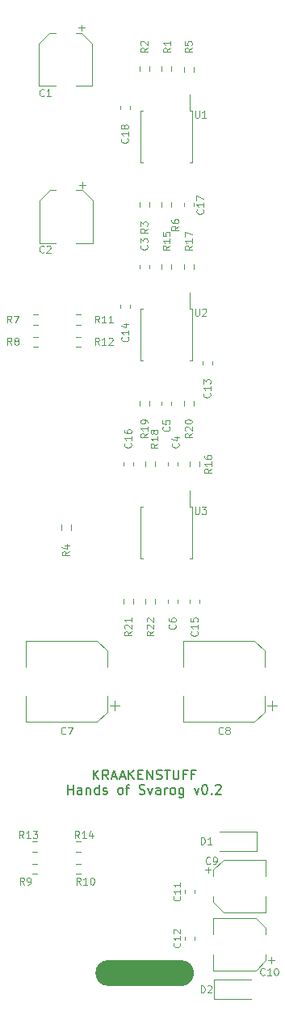
<source format=gbr>
%TF.GenerationSoftware,KiCad,Pcbnew,(5.1.9)-1*%
%TF.CreationDate,2021-03-03T00:59:23+01:00*%
%TF.ProjectId,Hands of Svarog,48616e64-7320-46f6-9620-537661726f67,rev?*%
%TF.SameCoordinates,Original*%
%TF.FileFunction,Legend,Top*%
%TF.FilePolarity,Positive*%
%FSLAX46Y46*%
G04 Gerber Fmt 4.6, Leading zero omitted, Abs format (unit mm)*
G04 Created by KiCad (PCBNEW (5.1.9)-1) date 2021-03-03 00:59:23*
%MOMM*%
%LPD*%
G01*
G04 APERTURE LIST*
%ADD10C,0.150000*%
%ADD11C,0.120000*%
%ADD12C,0.100000*%
G04 APERTURE END LIST*
D10*
X83230227Y-112630980D02*
X83230227Y-111630980D01*
X83230227Y-112107171D02*
X83801656Y-112107171D01*
X83801656Y-112630980D02*
X83801656Y-111630980D01*
X84706417Y-112630980D02*
X84706417Y-112107171D01*
X84658798Y-112011933D01*
X84563560Y-111964314D01*
X84373084Y-111964314D01*
X84277846Y-112011933D01*
X84706417Y-112583361D02*
X84611179Y-112630980D01*
X84373084Y-112630980D01*
X84277846Y-112583361D01*
X84230227Y-112488123D01*
X84230227Y-112392885D01*
X84277846Y-112297647D01*
X84373084Y-112250028D01*
X84611179Y-112250028D01*
X84706417Y-112202409D01*
X85182608Y-111964314D02*
X85182608Y-112630980D01*
X85182608Y-112059552D02*
X85230227Y-112011933D01*
X85325465Y-111964314D01*
X85468322Y-111964314D01*
X85563560Y-112011933D01*
X85611179Y-112107171D01*
X85611179Y-112630980D01*
X86515941Y-112630980D02*
X86515941Y-111630980D01*
X86515941Y-112583361D02*
X86420703Y-112630980D01*
X86230227Y-112630980D01*
X86134989Y-112583361D01*
X86087370Y-112535742D01*
X86039751Y-112440504D01*
X86039751Y-112154790D01*
X86087370Y-112059552D01*
X86134989Y-112011933D01*
X86230227Y-111964314D01*
X86420703Y-111964314D01*
X86515941Y-112011933D01*
X86944513Y-112583361D02*
X87039751Y-112630980D01*
X87230227Y-112630980D01*
X87325465Y-112583361D01*
X87373084Y-112488123D01*
X87373084Y-112440504D01*
X87325465Y-112345266D01*
X87230227Y-112297647D01*
X87087370Y-112297647D01*
X86992132Y-112250028D01*
X86944513Y-112154790D01*
X86944513Y-112107171D01*
X86992132Y-112011933D01*
X87087370Y-111964314D01*
X87230227Y-111964314D01*
X87325465Y-112011933D01*
X88706417Y-112630980D02*
X88611179Y-112583361D01*
X88563560Y-112535742D01*
X88515941Y-112440504D01*
X88515941Y-112154790D01*
X88563560Y-112059552D01*
X88611179Y-112011933D01*
X88706417Y-111964314D01*
X88849275Y-111964314D01*
X88944513Y-112011933D01*
X88992132Y-112059552D01*
X89039751Y-112154790D01*
X89039751Y-112440504D01*
X88992132Y-112535742D01*
X88944513Y-112583361D01*
X88849275Y-112630980D01*
X88706417Y-112630980D01*
X89325465Y-111964314D02*
X89706417Y-111964314D01*
X89468322Y-112630980D02*
X89468322Y-111773838D01*
X89515941Y-111678600D01*
X89611179Y-111630980D01*
X89706417Y-111630980D01*
X90754037Y-112583361D02*
X90896894Y-112630980D01*
X91134989Y-112630980D01*
X91230227Y-112583361D01*
X91277846Y-112535742D01*
X91325465Y-112440504D01*
X91325465Y-112345266D01*
X91277846Y-112250028D01*
X91230227Y-112202409D01*
X91134989Y-112154790D01*
X90944513Y-112107171D01*
X90849275Y-112059552D01*
X90801656Y-112011933D01*
X90754037Y-111916695D01*
X90754037Y-111821457D01*
X90801656Y-111726219D01*
X90849275Y-111678600D01*
X90944513Y-111630980D01*
X91182608Y-111630980D01*
X91325465Y-111678600D01*
X91658798Y-111964314D02*
X91896894Y-112630980D01*
X92134989Y-111964314D01*
X92944513Y-112630980D02*
X92944513Y-112107171D01*
X92896894Y-112011933D01*
X92801656Y-111964314D01*
X92611179Y-111964314D01*
X92515941Y-112011933D01*
X92944513Y-112583361D02*
X92849275Y-112630980D01*
X92611179Y-112630980D01*
X92515941Y-112583361D01*
X92468322Y-112488123D01*
X92468322Y-112392885D01*
X92515941Y-112297647D01*
X92611179Y-112250028D01*
X92849275Y-112250028D01*
X92944513Y-112202409D01*
X93420703Y-112630980D02*
X93420703Y-111964314D01*
X93420703Y-112154790D02*
X93468322Y-112059552D01*
X93515941Y-112011933D01*
X93611179Y-111964314D01*
X93706417Y-111964314D01*
X94182608Y-112630980D02*
X94087370Y-112583361D01*
X94039751Y-112535742D01*
X93992132Y-112440504D01*
X93992132Y-112154790D01*
X94039751Y-112059552D01*
X94087370Y-112011933D01*
X94182608Y-111964314D01*
X94325465Y-111964314D01*
X94420703Y-112011933D01*
X94468322Y-112059552D01*
X94515941Y-112154790D01*
X94515941Y-112440504D01*
X94468322Y-112535742D01*
X94420703Y-112583361D01*
X94325465Y-112630980D01*
X94182608Y-112630980D01*
X95373084Y-111964314D02*
X95373084Y-112773838D01*
X95325465Y-112869076D01*
X95277846Y-112916695D01*
X95182608Y-112964314D01*
X95039751Y-112964314D01*
X94944513Y-112916695D01*
X95373084Y-112583361D02*
X95277846Y-112630980D01*
X95087370Y-112630980D01*
X94992132Y-112583361D01*
X94944513Y-112535742D01*
X94896894Y-112440504D01*
X94896894Y-112154790D01*
X94944513Y-112059552D01*
X94992132Y-112011933D01*
X95087370Y-111964314D01*
X95277846Y-111964314D01*
X95373084Y-112011933D01*
X96515941Y-111964314D02*
X96754037Y-112630980D01*
X96992132Y-111964314D01*
X97563560Y-111630980D02*
X97658798Y-111630980D01*
X97754037Y-111678600D01*
X97801656Y-111726219D01*
X97849275Y-111821457D01*
X97896894Y-112011933D01*
X97896894Y-112250028D01*
X97849275Y-112440504D01*
X97801656Y-112535742D01*
X97754037Y-112583361D01*
X97658798Y-112630980D01*
X97563560Y-112630980D01*
X97468322Y-112583361D01*
X97420703Y-112535742D01*
X97373084Y-112440504D01*
X97325465Y-112250028D01*
X97325465Y-112011933D01*
X97373084Y-111821457D01*
X97420703Y-111726219D01*
X97468322Y-111678600D01*
X97563560Y-111630980D01*
X98325465Y-112535742D02*
X98373084Y-112583361D01*
X98325465Y-112630980D01*
X98277846Y-112583361D01*
X98325465Y-112535742D01*
X98325465Y-112630980D01*
X98754037Y-111726219D02*
X98801656Y-111678600D01*
X98896894Y-111630980D01*
X99134989Y-111630980D01*
X99230227Y-111678600D01*
X99277846Y-111726219D01*
X99325465Y-111821457D01*
X99325465Y-111916695D01*
X99277846Y-112059552D01*
X98706417Y-112630980D01*
X99325465Y-112630980D01*
X85920703Y-111081580D02*
X85920703Y-110081580D01*
X86492132Y-111081580D02*
X86063560Y-110510152D01*
X86492132Y-110081580D02*
X85920703Y-110653009D01*
X87492132Y-111081580D02*
X87158798Y-110605390D01*
X86920703Y-111081580D02*
X86920703Y-110081580D01*
X87301656Y-110081580D01*
X87396894Y-110129200D01*
X87444513Y-110176819D01*
X87492132Y-110272057D01*
X87492132Y-110414914D01*
X87444513Y-110510152D01*
X87396894Y-110557771D01*
X87301656Y-110605390D01*
X86920703Y-110605390D01*
X87873084Y-110795866D02*
X88349275Y-110795866D01*
X87777846Y-111081580D02*
X88111179Y-110081580D01*
X88444513Y-111081580D01*
X88730227Y-110795866D02*
X89206417Y-110795866D01*
X88634989Y-111081580D02*
X88968322Y-110081580D01*
X89301656Y-111081580D01*
X89634989Y-111081580D02*
X89634989Y-110081580D01*
X90206417Y-111081580D02*
X89777846Y-110510152D01*
X90206417Y-110081580D02*
X89634989Y-110653009D01*
X90634989Y-110557771D02*
X90968322Y-110557771D01*
X91111179Y-111081580D02*
X90634989Y-111081580D01*
X90634989Y-110081580D01*
X91111179Y-110081580D01*
X91539751Y-111081580D02*
X91539751Y-110081580D01*
X92111179Y-111081580D01*
X92111179Y-110081580D01*
X92539751Y-111033961D02*
X92682608Y-111081580D01*
X92920703Y-111081580D01*
X93015941Y-111033961D01*
X93063560Y-110986342D01*
X93111179Y-110891104D01*
X93111179Y-110795866D01*
X93063560Y-110700628D01*
X93015941Y-110653009D01*
X92920703Y-110605390D01*
X92730227Y-110557771D01*
X92634989Y-110510152D01*
X92587370Y-110462533D01*
X92539751Y-110367295D01*
X92539751Y-110272057D01*
X92587370Y-110176819D01*
X92634989Y-110129200D01*
X92730227Y-110081580D01*
X92968322Y-110081580D01*
X93111179Y-110129200D01*
X93396894Y-110081580D02*
X93968322Y-110081580D01*
X93682608Y-111081580D02*
X93682608Y-110081580D01*
X94301656Y-110081580D02*
X94301656Y-110891104D01*
X94349275Y-110986342D01*
X94396894Y-111033961D01*
X94492132Y-111081580D01*
X94682608Y-111081580D01*
X94777846Y-111033961D01*
X94825465Y-110986342D01*
X94873084Y-110891104D01*
X94873084Y-110081580D01*
X95682608Y-110557771D02*
X95349275Y-110557771D01*
X95349275Y-111081580D02*
X95349275Y-110081580D01*
X95825465Y-110081580D01*
X96539751Y-110557771D02*
X96206417Y-110557771D01*
X96206417Y-111081580D02*
X96206417Y-110081580D01*
X96682608Y-110081580D01*
D11*
%TO.C,C1*%
X84996700Y-32345700D02*
X84371700Y-32345700D01*
X84684200Y-32033200D02*
X84684200Y-32658200D01*
X81303637Y-32898200D02*
X80239200Y-33962637D01*
X84694763Y-32898200D02*
X85759200Y-33962637D01*
X84694763Y-32898200D02*
X84059200Y-32898200D01*
X81303637Y-32898200D02*
X81939200Y-32898200D01*
X80239200Y-33962637D02*
X80239200Y-38418200D01*
X85759200Y-33962637D02*
X85759200Y-38418200D01*
X85759200Y-38418200D02*
X84059200Y-38418200D01*
X80239200Y-38418200D02*
X81939200Y-38418200D01*
%TO.C,C2*%
X80315400Y-54883200D02*
X82015400Y-54883200D01*
X85835400Y-54883200D02*
X84135400Y-54883200D01*
X85835400Y-50427637D02*
X85835400Y-54883200D01*
X80315400Y-50427637D02*
X80315400Y-54883200D01*
X81379837Y-49363200D02*
X82015400Y-49363200D01*
X84770963Y-49363200D02*
X84135400Y-49363200D01*
X84770963Y-49363200D02*
X85835400Y-50427637D01*
X81379837Y-49363200D02*
X80315400Y-50427637D01*
X84760400Y-48498200D02*
X84760400Y-49123200D01*
X85072900Y-48810700D02*
X84447900Y-48810700D01*
%TO.C,C3*%
X91789600Y-57168733D02*
X91789600Y-57511267D01*
X90769600Y-57168733D02*
X90769600Y-57511267D01*
%TO.C,C4*%
X93707532Y-77867833D02*
X93707532Y-78210367D01*
X94727532Y-77867833D02*
X94727532Y-78210367D01*
%TO.C,C5*%
X93089466Y-71468933D02*
X93089466Y-71811467D01*
X94109466Y-71468933D02*
X94109466Y-71811467D01*
%TO.C,C6*%
X94727532Y-92220733D02*
X94727532Y-92563267D01*
X93707532Y-92220733D02*
X93707532Y-92563267D01*
%TO.C,C7*%
X78866200Y-96539400D02*
X78866200Y-99289400D01*
X78866200Y-105059400D02*
X78866200Y-102309400D01*
X86321763Y-105059400D02*
X78866200Y-105059400D01*
X86321763Y-96539400D02*
X78866200Y-96539400D01*
X87386200Y-97603837D02*
X87386200Y-99289400D01*
X87386200Y-103994963D02*
X87386200Y-102309400D01*
X87386200Y-103994963D02*
X86321763Y-105059400D01*
X87386200Y-97603837D02*
X86321763Y-96539400D01*
X88626200Y-103309400D02*
X87626200Y-103309400D01*
X88126200Y-103809400D02*
X88126200Y-102809400D01*
%TO.C,C8*%
X104636200Y-103809400D02*
X104636200Y-102809400D01*
X105136200Y-103309400D02*
X104136200Y-103309400D01*
X103896200Y-97603837D02*
X102831763Y-96539400D01*
X103896200Y-103994963D02*
X102831763Y-105059400D01*
X103896200Y-103994963D02*
X103896200Y-102309400D01*
X103896200Y-97603837D02*
X103896200Y-99289400D01*
X102831763Y-96539400D02*
X95376200Y-96539400D01*
X102831763Y-105059400D02*
X95376200Y-105059400D01*
X95376200Y-105059400D02*
X95376200Y-102309400D01*
X95376200Y-96539400D02*
X95376200Y-99289400D01*
%TO.C,C9*%
X97949300Y-120239500D02*
X97949300Y-120864500D01*
X97636800Y-120552000D02*
X98261800Y-120552000D01*
X98501800Y-123932563D02*
X99566237Y-124997000D01*
X98501800Y-120541437D02*
X99566237Y-119477000D01*
X98501800Y-120541437D02*
X98501800Y-121177000D01*
X98501800Y-123932563D02*
X98501800Y-123297000D01*
X99566237Y-124997000D02*
X104021800Y-124997000D01*
X99566237Y-119477000D02*
X104021800Y-119477000D01*
X104021800Y-119477000D02*
X104021800Y-121177000D01*
X104021800Y-124997000D02*
X104021800Y-123297000D01*
%TO.C,C10*%
X98501800Y-125573000D02*
X98501800Y-127273000D01*
X98501800Y-131093000D02*
X98501800Y-129393000D01*
X102957363Y-131093000D02*
X98501800Y-131093000D01*
X102957363Y-125573000D02*
X98501800Y-125573000D01*
X104021800Y-126637437D02*
X104021800Y-127273000D01*
X104021800Y-130028563D02*
X104021800Y-129393000D01*
X104021800Y-130028563D02*
X102957363Y-131093000D01*
X104021800Y-126637437D02*
X102957363Y-125573000D01*
X104886800Y-130018000D02*
X104261800Y-130018000D01*
X104574300Y-130330500D02*
X104574300Y-129705500D01*
%TO.C,C11*%
X95519400Y-122663933D02*
X95519400Y-123006467D01*
X96539400Y-122663933D02*
X96539400Y-123006467D01*
%TO.C,C12*%
X95519400Y-127883267D02*
X95519400Y-127540733D01*
X96539400Y-127883267D02*
X96539400Y-127540733D01*
%TO.C,C13*%
X97348200Y-67263933D02*
X97348200Y-67606467D01*
X98368200Y-67263933D02*
X98368200Y-67606467D01*
%TO.C,C14*%
X89783000Y-61334333D02*
X89783000Y-61676867D01*
X88763000Y-61334333D02*
X88763000Y-61676867D01*
%TO.C,C15*%
X97047400Y-92563267D02*
X97047400Y-92220733D01*
X96027400Y-92563267D02*
X96027400Y-92220733D01*
%TO.C,C16*%
X89067800Y-78210367D02*
X89067800Y-77867833D01*
X90087800Y-78210367D02*
X90087800Y-77867833D01*
%TO.C,C17*%
X96429332Y-51045667D02*
X96429332Y-50703133D01*
X95409332Y-51045667D02*
X95409332Y-50703133D01*
%TO.C,C18*%
X89757600Y-40543133D02*
X89757600Y-40885667D01*
X88737600Y-40543133D02*
X88737600Y-40885667D01*
%TO.C,D1*%
X103055600Y-118538000D02*
X99155600Y-118538000D01*
X103055600Y-116538000D02*
X99155600Y-116538000D01*
X103055600Y-118538000D02*
X103055600Y-116538000D01*
%TO.C,D2*%
X98555600Y-132082800D02*
X98555600Y-134082800D01*
X98555600Y-134082800D02*
X102455600Y-134082800D01*
X98555600Y-132082800D02*
X102455600Y-132082800D01*
D10*
%TO.C,J7*%
X95115000Y-132625600D02*
X87495000Y-132625600D01*
X87495000Y-130085600D02*
X95115000Y-130085600D01*
D12*
G36*
X95145480Y-132640840D02*
G01*
X87378160Y-132640840D01*
X86712680Y-132356360D01*
X86280880Y-131792480D01*
X86230080Y-131121920D01*
X86575520Y-130502160D01*
X87037800Y-130146560D01*
X87611840Y-130095760D01*
X95333440Y-130105920D01*
X95877000Y-130339600D01*
X96313880Y-130903480D01*
X96379920Y-131548640D01*
X96146240Y-132117600D01*
X95643320Y-132513840D01*
X95120080Y-132640840D01*
X95145480Y-132640840D01*
G37*
X95145480Y-132640840D02*
X87378160Y-132640840D01*
X86712680Y-132356360D01*
X86280880Y-131792480D01*
X86230080Y-131121920D01*
X86575520Y-130502160D01*
X87037800Y-130146560D01*
X87611840Y-130095760D01*
X95333440Y-130105920D01*
X95877000Y-130339600D01*
X96313880Y-130903480D01*
X96379920Y-131548640D01*
X96146240Y-132117600D01*
X95643320Y-132513840D01*
X95120080Y-132640840D01*
X95145480Y-132640840D01*
D10*
X87495000Y-132625600D02*
G75*
G02*
X87495000Y-130085600I0J1270000D01*
G01*
X95115000Y-130085600D02*
G75*
G02*
X95115000Y-132625600I0J-1270000D01*
G01*
D11*
%TO.C,R1*%
X94121966Y-36891824D02*
X94121966Y-36382376D01*
X93076966Y-36891824D02*
X93076966Y-36382376D01*
%TO.C,R2*%
X90757100Y-36891824D02*
X90757100Y-36382376D01*
X91802100Y-36891824D02*
X91802100Y-36382376D01*
%TO.C,R3*%
X91802100Y-50619676D02*
X91802100Y-51129124D01*
X90757100Y-50619676D02*
X90757100Y-51129124D01*
%TO.C,R4*%
X83572337Y-84415676D02*
X83572337Y-84925124D01*
X82527337Y-84415676D02*
X82527337Y-84925124D01*
%TO.C,R5*%
X95396832Y-36921024D02*
X95396832Y-36411576D01*
X96441832Y-36921024D02*
X96441832Y-36411576D01*
%TO.C,R6*%
X93076966Y-50619676D02*
X93076966Y-51129124D01*
X94121966Y-50619676D02*
X94121966Y-51129124D01*
%TO.C,R7*%
X80077024Y-63425100D02*
X79567576Y-63425100D01*
X80077024Y-62380100D02*
X79567576Y-62380100D01*
%TO.C,R8*%
X80077024Y-65736500D02*
X79567576Y-65736500D01*
X80077024Y-64691500D02*
X79567576Y-64691500D01*
%TO.C,R9*%
X80051624Y-119936500D02*
X79542176Y-119936500D01*
X80051624Y-120981500D02*
X79542176Y-120981500D01*
%TO.C,R10*%
X84063376Y-119936500D02*
X84572824Y-119936500D01*
X84063376Y-120981500D02*
X84572824Y-120981500D01*
%TO.C,R11*%
X84598224Y-62380100D02*
X84088776Y-62380100D01*
X84598224Y-63425100D02*
X84088776Y-63425100D01*
%TO.C,R12*%
X84598224Y-65736500D02*
X84088776Y-65736500D01*
X84598224Y-64691500D02*
X84088776Y-64691500D01*
%TO.C,R13*%
X79542176Y-118644700D02*
X80051624Y-118644700D01*
X79542176Y-117599700D02*
X80051624Y-117599700D01*
%TO.C,R14*%
X84063376Y-117599700D02*
X84572824Y-117599700D01*
X84063376Y-118644700D02*
X84572824Y-118644700D01*
%TO.C,R15*%
X93076966Y-57085276D02*
X93076966Y-57594724D01*
X94121966Y-57085276D02*
X94121966Y-57594724D01*
%TO.C,R16*%
X97059900Y-77784376D02*
X97059900Y-78293824D01*
X96014900Y-77784376D02*
X96014900Y-78293824D01*
%TO.C,R17*%
X95396832Y-57085276D02*
X95396832Y-57594724D01*
X96441832Y-57085276D02*
X96441832Y-57594724D01*
%TO.C,R18*%
X92420166Y-78293824D02*
X92420166Y-77784376D01*
X91375166Y-78293824D02*
X91375166Y-77784376D01*
%TO.C,R19*%
X90757100Y-71894924D02*
X90757100Y-71385476D01*
X91802100Y-71894924D02*
X91802100Y-71385476D01*
%TO.C,R20*%
X96441832Y-71894924D02*
X96441832Y-71385476D01*
X95396832Y-71894924D02*
X95396832Y-71385476D01*
%TO.C,R21*%
X90100300Y-92646724D02*
X90100300Y-92137276D01*
X89055300Y-92646724D02*
X89055300Y-92137276D01*
%TO.C,R22*%
X92420166Y-92646724D02*
X92420166Y-92137276D01*
X91375166Y-92646724D02*
X91375166Y-92137276D01*
%TO.C,U1*%
X90840600Y-43725600D02*
X90840600Y-46450600D01*
X90840600Y-46450600D02*
X91100600Y-46450600D01*
X90840600Y-43725600D02*
X90840600Y-41000600D01*
X90840600Y-41000600D02*
X91100600Y-41000600D01*
X96290600Y-43725600D02*
X96290600Y-46450600D01*
X96290600Y-46450600D02*
X96030600Y-46450600D01*
X96290600Y-43725600D02*
X96290600Y-41000600D01*
X96290600Y-41000600D02*
X96030600Y-41000600D01*
X96030600Y-41000600D02*
X96030600Y-39325600D01*
%TO.C,U2*%
X90840600Y-64477400D02*
X90840600Y-67202400D01*
X90840600Y-67202400D02*
X91100600Y-67202400D01*
X90840600Y-64477400D02*
X90840600Y-61752400D01*
X90840600Y-61752400D02*
X91100600Y-61752400D01*
X96290600Y-64477400D02*
X96290600Y-67202400D01*
X96290600Y-67202400D02*
X96030600Y-67202400D01*
X96290600Y-64477400D02*
X96290600Y-61752400D01*
X96290600Y-61752400D02*
X96030600Y-61752400D01*
X96030600Y-61752400D02*
X96030600Y-60077400D01*
%TO.C,U3*%
X96030600Y-82504200D02*
X96030600Y-80829200D01*
X96290600Y-82504200D02*
X96030600Y-82504200D01*
X96290600Y-85229200D02*
X96290600Y-82504200D01*
X96290600Y-87954200D02*
X96030600Y-87954200D01*
X96290600Y-85229200D02*
X96290600Y-87954200D01*
X90840600Y-82504200D02*
X91100600Y-82504200D01*
X90840600Y-85229200D02*
X90840600Y-82504200D01*
X90840600Y-87954200D02*
X91100600Y-87954200D01*
X90840600Y-85229200D02*
X90840600Y-87954200D01*
%TO.C,C1*%
X80740600Y-39446857D02*
X80704885Y-39482571D01*
X80597742Y-39518285D01*
X80526314Y-39518285D01*
X80419171Y-39482571D01*
X80347742Y-39411142D01*
X80312028Y-39339714D01*
X80276314Y-39196857D01*
X80276314Y-39089714D01*
X80312028Y-38946857D01*
X80347742Y-38875428D01*
X80419171Y-38804000D01*
X80526314Y-38768285D01*
X80597742Y-38768285D01*
X80704885Y-38804000D01*
X80740600Y-38839714D01*
X81454885Y-39518285D02*
X81026314Y-39518285D01*
X81240600Y-39518285D02*
X81240600Y-38768285D01*
X81169171Y-38875428D01*
X81097742Y-38946857D01*
X81026314Y-38982571D01*
%TO.C,C2*%
X80740600Y-55829857D02*
X80704885Y-55865571D01*
X80597742Y-55901285D01*
X80526314Y-55901285D01*
X80419171Y-55865571D01*
X80347742Y-55794142D01*
X80312028Y-55722714D01*
X80276314Y-55579857D01*
X80276314Y-55472714D01*
X80312028Y-55329857D01*
X80347742Y-55258428D01*
X80419171Y-55187000D01*
X80526314Y-55151285D01*
X80597742Y-55151285D01*
X80704885Y-55187000D01*
X80740600Y-55222714D01*
X81026314Y-55222714D02*
X81062028Y-55187000D01*
X81133457Y-55151285D01*
X81312028Y-55151285D01*
X81383457Y-55187000D01*
X81419171Y-55222714D01*
X81454885Y-55294142D01*
X81454885Y-55365571D01*
X81419171Y-55472714D01*
X80990600Y-55901285D01*
X81454885Y-55901285D01*
%TO.C,C3*%
X91547457Y-55102800D02*
X91583171Y-55138514D01*
X91618885Y-55245657D01*
X91618885Y-55317085D01*
X91583171Y-55424228D01*
X91511742Y-55495657D01*
X91440314Y-55531371D01*
X91297457Y-55567085D01*
X91190314Y-55567085D01*
X91047457Y-55531371D01*
X90976028Y-55495657D01*
X90904600Y-55424228D01*
X90868885Y-55317085D01*
X90868885Y-55245657D01*
X90904600Y-55138514D01*
X90940314Y-55102800D01*
X90868885Y-54852800D02*
X90868885Y-54388514D01*
X91154600Y-54638514D01*
X91154600Y-54531371D01*
X91190314Y-54459942D01*
X91226028Y-54424228D01*
X91297457Y-54388514D01*
X91476028Y-54388514D01*
X91547457Y-54424228D01*
X91583171Y-54459942D01*
X91618885Y-54531371D01*
X91618885Y-54745657D01*
X91583171Y-54817085D01*
X91547457Y-54852800D01*
%TO.C,C4*%
X94824057Y-75854600D02*
X94859771Y-75890314D01*
X94895485Y-75997457D01*
X94895485Y-76068885D01*
X94859771Y-76176028D01*
X94788342Y-76247457D01*
X94716914Y-76283171D01*
X94574057Y-76318885D01*
X94466914Y-76318885D01*
X94324057Y-76283171D01*
X94252628Y-76247457D01*
X94181200Y-76176028D01*
X94145485Y-76068885D01*
X94145485Y-75997457D01*
X94181200Y-75890314D01*
X94216914Y-75854600D01*
X94395485Y-75211742D02*
X94895485Y-75211742D01*
X94109771Y-75390314D02*
X94645485Y-75568885D01*
X94645485Y-75104600D01*
%TO.C,C5*%
X93858857Y-74127400D02*
X93894571Y-74163114D01*
X93930285Y-74270257D01*
X93930285Y-74341685D01*
X93894571Y-74448828D01*
X93823142Y-74520257D01*
X93751714Y-74555971D01*
X93608857Y-74591685D01*
X93501714Y-74591685D01*
X93358857Y-74555971D01*
X93287428Y-74520257D01*
X93216000Y-74448828D01*
X93180285Y-74341685D01*
X93180285Y-74270257D01*
X93216000Y-74163114D01*
X93251714Y-74127400D01*
X93180285Y-73448828D02*
X93180285Y-73805971D01*
X93537428Y-73841685D01*
X93501714Y-73805971D01*
X93466000Y-73734542D01*
X93466000Y-73555971D01*
X93501714Y-73484542D01*
X93537428Y-73448828D01*
X93608857Y-73413114D01*
X93787428Y-73413114D01*
X93858857Y-73448828D01*
X93894571Y-73484542D01*
X93930285Y-73555971D01*
X93930285Y-73734542D01*
X93894571Y-73805971D01*
X93858857Y-73841685D01*
%TO.C,C6*%
X94493857Y-94853800D02*
X94529571Y-94889514D01*
X94565285Y-94996657D01*
X94565285Y-95068085D01*
X94529571Y-95175228D01*
X94458142Y-95246657D01*
X94386714Y-95282371D01*
X94243857Y-95318085D01*
X94136714Y-95318085D01*
X93993857Y-95282371D01*
X93922428Y-95246657D01*
X93851000Y-95175228D01*
X93815285Y-95068085D01*
X93815285Y-94996657D01*
X93851000Y-94889514D01*
X93886714Y-94853800D01*
X93815285Y-94210942D02*
X93815285Y-94353800D01*
X93851000Y-94425228D01*
X93886714Y-94460942D01*
X93993857Y-94532371D01*
X94136714Y-94568085D01*
X94422428Y-94568085D01*
X94493857Y-94532371D01*
X94529571Y-94496657D01*
X94565285Y-94425228D01*
X94565285Y-94282371D01*
X94529571Y-94210942D01*
X94493857Y-94175228D01*
X94422428Y-94139514D01*
X94243857Y-94139514D01*
X94172428Y-94175228D01*
X94136714Y-94210942D01*
X94101000Y-94282371D01*
X94101000Y-94425228D01*
X94136714Y-94496657D01*
X94172428Y-94532371D01*
X94243857Y-94568085D01*
%TO.C,C7*%
X83001200Y-106267257D02*
X82965485Y-106302971D01*
X82858342Y-106338685D01*
X82786914Y-106338685D01*
X82679771Y-106302971D01*
X82608342Y-106231542D01*
X82572628Y-106160114D01*
X82536914Y-106017257D01*
X82536914Y-105910114D01*
X82572628Y-105767257D01*
X82608342Y-105695828D01*
X82679771Y-105624400D01*
X82786914Y-105588685D01*
X82858342Y-105588685D01*
X82965485Y-105624400D01*
X83001200Y-105660114D01*
X83251200Y-105588685D02*
X83751200Y-105588685D01*
X83429771Y-106338685D01*
%TO.C,C8*%
X99511200Y-106267257D02*
X99475485Y-106302971D01*
X99368342Y-106338685D01*
X99296914Y-106338685D01*
X99189771Y-106302971D01*
X99118342Y-106231542D01*
X99082628Y-106160114D01*
X99046914Y-106017257D01*
X99046914Y-105910114D01*
X99082628Y-105767257D01*
X99118342Y-105695828D01*
X99189771Y-105624400D01*
X99296914Y-105588685D01*
X99368342Y-105588685D01*
X99475485Y-105624400D01*
X99511200Y-105660114D01*
X99939771Y-105910114D02*
X99868342Y-105874400D01*
X99832628Y-105838685D01*
X99796914Y-105767257D01*
X99796914Y-105731542D01*
X99832628Y-105660114D01*
X99868342Y-105624400D01*
X99939771Y-105588685D01*
X100082628Y-105588685D01*
X100154057Y-105624400D01*
X100189771Y-105660114D01*
X100225485Y-105731542D01*
X100225485Y-105767257D01*
X100189771Y-105838685D01*
X100154057Y-105874400D01*
X100082628Y-105910114D01*
X99939771Y-105910114D01*
X99868342Y-105945828D01*
X99832628Y-105981542D01*
X99796914Y-106052971D01*
X99796914Y-106195828D01*
X99832628Y-106267257D01*
X99868342Y-106302971D01*
X99939771Y-106338685D01*
X100082628Y-106338685D01*
X100154057Y-106302971D01*
X100189771Y-106267257D01*
X100225485Y-106195828D01*
X100225485Y-106052971D01*
X100189771Y-105981542D01*
X100154057Y-105945828D01*
X100082628Y-105910114D01*
%TO.C,C9*%
X98165000Y-119888657D02*
X98129285Y-119924371D01*
X98022142Y-119960085D01*
X97950714Y-119960085D01*
X97843571Y-119924371D01*
X97772142Y-119852942D01*
X97736428Y-119781514D01*
X97700714Y-119638657D01*
X97700714Y-119531514D01*
X97736428Y-119388657D01*
X97772142Y-119317228D01*
X97843571Y-119245800D01*
X97950714Y-119210085D01*
X98022142Y-119210085D01*
X98129285Y-119245800D01*
X98165000Y-119281514D01*
X98522142Y-119960085D02*
X98665000Y-119960085D01*
X98736428Y-119924371D01*
X98772142Y-119888657D01*
X98843571Y-119781514D01*
X98879285Y-119638657D01*
X98879285Y-119352942D01*
X98843571Y-119281514D01*
X98807857Y-119245800D01*
X98736428Y-119210085D01*
X98593571Y-119210085D01*
X98522142Y-119245800D01*
X98486428Y-119281514D01*
X98450714Y-119352942D01*
X98450714Y-119531514D01*
X98486428Y-119602942D01*
X98522142Y-119638657D01*
X98593571Y-119674371D01*
X98736428Y-119674371D01*
X98807857Y-119638657D01*
X98843571Y-119602942D01*
X98879285Y-119531514D01*
%TO.C,C10*%
X103878457Y-131521857D02*
X103842742Y-131557571D01*
X103735600Y-131593285D01*
X103664171Y-131593285D01*
X103557028Y-131557571D01*
X103485600Y-131486142D01*
X103449885Y-131414714D01*
X103414171Y-131271857D01*
X103414171Y-131164714D01*
X103449885Y-131021857D01*
X103485600Y-130950428D01*
X103557028Y-130879000D01*
X103664171Y-130843285D01*
X103735600Y-130843285D01*
X103842742Y-130879000D01*
X103878457Y-130914714D01*
X104592742Y-131593285D02*
X104164171Y-131593285D01*
X104378457Y-131593285D02*
X104378457Y-130843285D01*
X104307028Y-130950428D01*
X104235600Y-131021857D01*
X104164171Y-131057571D01*
X105057028Y-130843285D02*
X105128457Y-130843285D01*
X105199885Y-130879000D01*
X105235600Y-130914714D01*
X105271314Y-130986142D01*
X105307028Y-131129000D01*
X105307028Y-131307571D01*
X105271314Y-131450428D01*
X105235600Y-131521857D01*
X105199885Y-131557571D01*
X105128457Y-131593285D01*
X105057028Y-131593285D01*
X104985600Y-131557571D01*
X104949885Y-131521857D01*
X104914171Y-131450428D01*
X104878457Y-131307571D01*
X104878457Y-131129000D01*
X104914171Y-130986142D01*
X104949885Y-130914714D01*
X104985600Y-130879000D01*
X105057028Y-130843285D01*
%TO.C,C11*%
X94984457Y-123316542D02*
X95020171Y-123352257D01*
X95055885Y-123459400D01*
X95055885Y-123530828D01*
X95020171Y-123637971D01*
X94948742Y-123709400D01*
X94877314Y-123745114D01*
X94734457Y-123780828D01*
X94627314Y-123780828D01*
X94484457Y-123745114D01*
X94413028Y-123709400D01*
X94341600Y-123637971D01*
X94305885Y-123530828D01*
X94305885Y-123459400D01*
X94341600Y-123352257D01*
X94377314Y-123316542D01*
X95055885Y-122602257D02*
X95055885Y-123030828D01*
X95055885Y-122816542D02*
X94305885Y-122816542D01*
X94413028Y-122887971D01*
X94484457Y-122959400D01*
X94520171Y-123030828D01*
X95055885Y-121887971D02*
X95055885Y-122316542D01*
X95055885Y-122102257D02*
X94305885Y-122102257D01*
X94413028Y-122173685D01*
X94484457Y-122245114D01*
X94520171Y-122316542D01*
%TO.C,C12*%
X94984457Y-128194142D02*
X95020171Y-128229857D01*
X95055885Y-128337000D01*
X95055885Y-128408428D01*
X95020171Y-128515571D01*
X94948742Y-128587000D01*
X94877314Y-128622714D01*
X94734457Y-128658428D01*
X94627314Y-128658428D01*
X94484457Y-128622714D01*
X94413028Y-128587000D01*
X94341600Y-128515571D01*
X94305885Y-128408428D01*
X94305885Y-128337000D01*
X94341600Y-128229857D01*
X94377314Y-128194142D01*
X95055885Y-127479857D02*
X95055885Y-127908428D01*
X95055885Y-127694142D02*
X94305885Y-127694142D01*
X94413028Y-127765571D01*
X94484457Y-127837000D01*
X94520171Y-127908428D01*
X94377314Y-127194142D02*
X94341600Y-127158428D01*
X94305885Y-127087000D01*
X94305885Y-126908428D01*
X94341600Y-126837000D01*
X94377314Y-126801285D01*
X94448742Y-126765571D01*
X94520171Y-126765571D01*
X94627314Y-126801285D01*
X95055885Y-127229857D01*
X95055885Y-126765571D01*
%TO.C,C13*%
X98126057Y-70598342D02*
X98161771Y-70634057D01*
X98197485Y-70741200D01*
X98197485Y-70812628D01*
X98161771Y-70919771D01*
X98090342Y-70991200D01*
X98018914Y-71026914D01*
X97876057Y-71062628D01*
X97768914Y-71062628D01*
X97626057Y-71026914D01*
X97554628Y-70991200D01*
X97483200Y-70919771D01*
X97447485Y-70812628D01*
X97447485Y-70741200D01*
X97483200Y-70634057D01*
X97518914Y-70598342D01*
X98197485Y-69884057D02*
X98197485Y-70312628D01*
X98197485Y-70098342D02*
X97447485Y-70098342D01*
X97554628Y-70169771D01*
X97626057Y-70241200D01*
X97661771Y-70312628D01*
X97447485Y-69634057D02*
X97447485Y-69169771D01*
X97733200Y-69419771D01*
X97733200Y-69312628D01*
X97768914Y-69241200D01*
X97804628Y-69205485D01*
X97876057Y-69169771D01*
X98054628Y-69169771D01*
X98126057Y-69205485D01*
X98161771Y-69241200D01*
X98197485Y-69312628D01*
X98197485Y-69526914D01*
X98161771Y-69598342D01*
X98126057Y-69634057D01*
%TO.C,C14*%
X89540857Y-64730942D02*
X89576571Y-64766657D01*
X89612285Y-64873800D01*
X89612285Y-64945228D01*
X89576571Y-65052371D01*
X89505142Y-65123800D01*
X89433714Y-65159514D01*
X89290857Y-65195228D01*
X89183714Y-65195228D01*
X89040857Y-65159514D01*
X88969428Y-65123800D01*
X88898000Y-65052371D01*
X88862285Y-64945228D01*
X88862285Y-64873800D01*
X88898000Y-64766657D01*
X88933714Y-64730942D01*
X89612285Y-64016657D02*
X89612285Y-64445228D01*
X89612285Y-64230942D02*
X88862285Y-64230942D01*
X88969428Y-64302371D01*
X89040857Y-64373800D01*
X89076571Y-64445228D01*
X89112285Y-63373800D02*
X89612285Y-63373800D01*
X88826571Y-63552371D02*
X89362285Y-63730942D01*
X89362285Y-63266657D01*
%TO.C,C15*%
X96805257Y-95566542D02*
X96840971Y-95602257D01*
X96876685Y-95709400D01*
X96876685Y-95780828D01*
X96840971Y-95887971D01*
X96769542Y-95959400D01*
X96698114Y-95995114D01*
X96555257Y-96030828D01*
X96448114Y-96030828D01*
X96305257Y-95995114D01*
X96233828Y-95959400D01*
X96162400Y-95887971D01*
X96126685Y-95780828D01*
X96126685Y-95709400D01*
X96162400Y-95602257D01*
X96198114Y-95566542D01*
X96876685Y-94852257D02*
X96876685Y-95280828D01*
X96876685Y-95066542D02*
X96126685Y-95066542D01*
X96233828Y-95137971D01*
X96305257Y-95209400D01*
X96340971Y-95280828D01*
X96126685Y-94173685D02*
X96126685Y-94530828D01*
X96483828Y-94566542D01*
X96448114Y-94530828D01*
X96412400Y-94459400D01*
X96412400Y-94280828D01*
X96448114Y-94209400D01*
X96483828Y-94173685D01*
X96555257Y-94137971D01*
X96733828Y-94137971D01*
X96805257Y-94173685D01*
X96840971Y-94209400D01*
X96876685Y-94280828D01*
X96876685Y-94459400D01*
X96840971Y-94530828D01*
X96805257Y-94566542D01*
%TO.C,C16*%
X89845657Y-75830742D02*
X89881371Y-75866457D01*
X89917085Y-75973600D01*
X89917085Y-76045028D01*
X89881371Y-76152171D01*
X89809942Y-76223600D01*
X89738514Y-76259314D01*
X89595657Y-76295028D01*
X89488514Y-76295028D01*
X89345657Y-76259314D01*
X89274228Y-76223600D01*
X89202800Y-76152171D01*
X89167085Y-76045028D01*
X89167085Y-75973600D01*
X89202800Y-75866457D01*
X89238514Y-75830742D01*
X89917085Y-75116457D02*
X89917085Y-75545028D01*
X89917085Y-75330742D02*
X89167085Y-75330742D01*
X89274228Y-75402171D01*
X89345657Y-75473600D01*
X89381371Y-75545028D01*
X89167085Y-74473600D02*
X89167085Y-74616457D01*
X89202800Y-74687885D01*
X89238514Y-74723600D01*
X89345657Y-74795028D01*
X89488514Y-74830742D01*
X89774228Y-74830742D01*
X89845657Y-74795028D01*
X89881371Y-74759314D01*
X89917085Y-74687885D01*
X89917085Y-74545028D01*
X89881371Y-74473600D01*
X89845657Y-74437885D01*
X89774228Y-74402171D01*
X89595657Y-74402171D01*
X89524228Y-74437885D01*
X89488514Y-74473600D01*
X89452800Y-74545028D01*
X89452800Y-74687885D01*
X89488514Y-74759314D01*
X89524228Y-74795028D01*
X89595657Y-74830742D01*
%TO.C,C17*%
X97414857Y-51370542D02*
X97450571Y-51406257D01*
X97486285Y-51513400D01*
X97486285Y-51584828D01*
X97450571Y-51691971D01*
X97379142Y-51763400D01*
X97307714Y-51799114D01*
X97164857Y-51834828D01*
X97057714Y-51834828D01*
X96914857Y-51799114D01*
X96843428Y-51763400D01*
X96772000Y-51691971D01*
X96736285Y-51584828D01*
X96736285Y-51513400D01*
X96772000Y-51406257D01*
X96807714Y-51370542D01*
X97486285Y-50656257D02*
X97486285Y-51084828D01*
X97486285Y-50870542D02*
X96736285Y-50870542D01*
X96843428Y-50941971D01*
X96914857Y-51013400D01*
X96950571Y-51084828D01*
X96736285Y-50406257D02*
X96736285Y-49906257D01*
X97486285Y-50227685D01*
%TO.C,C18*%
X89515457Y-43928342D02*
X89551171Y-43964057D01*
X89586885Y-44071200D01*
X89586885Y-44142628D01*
X89551171Y-44249771D01*
X89479742Y-44321200D01*
X89408314Y-44356914D01*
X89265457Y-44392628D01*
X89158314Y-44392628D01*
X89015457Y-44356914D01*
X88944028Y-44321200D01*
X88872600Y-44249771D01*
X88836885Y-44142628D01*
X88836885Y-44071200D01*
X88872600Y-43964057D01*
X88908314Y-43928342D01*
X89586885Y-43214057D02*
X89586885Y-43642628D01*
X89586885Y-43428342D02*
X88836885Y-43428342D01*
X88944028Y-43499771D01*
X89015457Y-43571200D01*
X89051171Y-43642628D01*
X89158314Y-42785485D02*
X89122600Y-42856914D01*
X89086885Y-42892628D01*
X89015457Y-42928342D01*
X88979742Y-42928342D01*
X88908314Y-42892628D01*
X88872600Y-42856914D01*
X88836885Y-42785485D01*
X88836885Y-42642628D01*
X88872600Y-42571200D01*
X88908314Y-42535485D01*
X88979742Y-42499771D01*
X89015457Y-42499771D01*
X89086885Y-42535485D01*
X89122600Y-42571200D01*
X89158314Y-42642628D01*
X89158314Y-42785485D01*
X89194028Y-42856914D01*
X89229742Y-42892628D01*
X89301171Y-42928342D01*
X89444028Y-42928342D01*
X89515457Y-42892628D01*
X89551171Y-42856914D01*
X89586885Y-42785485D01*
X89586885Y-42642628D01*
X89551171Y-42571200D01*
X89515457Y-42535485D01*
X89444028Y-42499771D01*
X89301171Y-42499771D01*
X89229742Y-42535485D01*
X89194028Y-42571200D01*
X89158314Y-42642628D01*
%TO.C,D1*%
X97185628Y-117877285D02*
X97185628Y-117127285D01*
X97364200Y-117127285D01*
X97471342Y-117163000D01*
X97542771Y-117234428D01*
X97578485Y-117305857D01*
X97614200Y-117448714D01*
X97614200Y-117555857D01*
X97578485Y-117698714D01*
X97542771Y-117770142D01*
X97471342Y-117841571D01*
X97364200Y-117877285D01*
X97185628Y-117877285D01*
X98328485Y-117877285D02*
X97899914Y-117877285D01*
X98114200Y-117877285D02*
X98114200Y-117127285D01*
X98042771Y-117234428D01*
X97971342Y-117305857D01*
X97899914Y-117341571D01*
%TO.C,D2*%
X97185628Y-133422085D02*
X97185628Y-132672085D01*
X97364200Y-132672085D01*
X97471342Y-132707800D01*
X97542771Y-132779228D01*
X97578485Y-132850657D01*
X97614200Y-132993514D01*
X97614200Y-133100657D01*
X97578485Y-133243514D01*
X97542771Y-133314942D01*
X97471342Y-133386371D01*
X97364200Y-133422085D01*
X97185628Y-133422085D01*
X97899914Y-132743514D02*
X97935628Y-132707800D01*
X98007057Y-132672085D01*
X98185628Y-132672085D01*
X98257057Y-132707800D01*
X98292771Y-132743514D01*
X98328485Y-132814942D01*
X98328485Y-132886371D01*
X98292771Y-132993514D01*
X97864200Y-133422085D01*
X98328485Y-133422085D01*
%TO.C,R1*%
X94006485Y-34427200D02*
X93649342Y-34677200D01*
X94006485Y-34855771D02*
X93256485Y-34855771D01*
X93256485Y-34570057D01*
X93292200Y-34498628D01*
X93327914Y-34462914D01*
X93399342Y-34427200D01*
X93506485Y-34427200D01*
X93577914Y-34462914D01*
X93613628Y-34498628D01*
X93649342Y-34570057D01*
X93649342Y-34855771D01*
X94006485Y-33712914D02*
X94006485Y-34141485D01*
X94006485Y-33927200D02*
X93256485Y-33927200D01*
X93363628Y-33998628D01*
X93435057Y-34070057D01*
X93470771Y-34141485D01*
%TO.C,R2*%
X91618885Y-34427200D02*
X91261742Y-34677200D01*
X91618885Y-34855771D02*
X90868885Y-34855771D01*
X90868885Y-34570057D01*
X90904600Y-34498628D01*
X90940314Y-34462914D01*
X91011742Y-34427200D01*
X91118885Y-34427200D01*
X91190314Y-34462914D01*
X91226028Y-34498628D01*
X91261742Y-34570057D01*
X91261742Y-34855771D01*
X90940314Y-34141485D02*
X90904600Y-34105771D01*
X90868885Y-34034342D01*
X90868885Y-33855771D01*
X90904600Y-33784342D01*
X90940314Y-33748628D01*
X91011742Y-33712914D01*
X91083171Y-33712914D01*
X91190314Y-33748628D01*
X91618885Y-34177200D01*
X91618885Y-33712914D01*
%TO.C,R3*%
X91618885Y-53350200D02*
X91261742Y-53600200D01*
X91618885Y-53778771D02*
X90868885Y-53778771D01*
X90868885Y-53493057D01*
X90904600Y-53421628D01*
X90940314Y-53385914D01*
X91011742Y-53350200D01*
X91118885Y-53350200D01*
X91190314Y-53385914D01*
X91226028Y-53421628D01*
X91261742Y-53493057D01*
X91261742Y-53778771D01*
X90868885Y-53100200D02*
X90868885Y-52635914D01*
X91154600Y-52885914D01*
X91154600Y-52778771D01*
X91190314Y-52707342D01*
X91226028Y-52671628D01*
X91297457Y-52635914D01*
X91476028Y-52635914D01*
X91547457Y-52671628D01*
X91583171Y-52707342D01*
X91618885Y-52778771D01*
X91618885Y-52993057D01*
X91583171Y-53064485D01*
X91547457Y-53100200D01*
%TO.C,R4*%
X83389285Y-87183000D02*
X83032142Y-87433000D01*
X83389285Y-87611571D02*
X82639285Y-87611571D01*
X82639285Y-87325857D01*
X82675000Y-87254428D01*
X82710714Y-87218714D01*
X82782142Y-87183000D01*
X82889285Y-87183000D01*
X82960714Y-87218714D01*
X82996428Y-87254428D01*
X83032142Y-87325857D01*
X83032142Y-87611571D01*
X82889285Y-86540142D02*
X83389285Y-86540142D01*
X82603571Y-86718714D02*
X83139285Y-86897285D01*
X83139285Y-86433000D01*
%TO.C,R5*%
X96267085Y-34452600D02*
X95909942Y-34702600D01*
X96267085Y-34881171D02*
X95517085Y-34881171D01*
X95517085Y-34595457D01*
X95552800Y-34524028D01*
X95588514Y-34488314D01*
X95659942Y-34452600D01*
X95767085Y-34452600D01*
X95838514Y-34488314D01*
X95874228Y-34524028D01*
X95909942Y-34595457D01*
X95909942Y-34881171D01*
X95517085Y-33774028D02*
X95517085Y-34131171D01*
X95874228Y-34166885D01*
X95838514Y-34131171D01*
X95802800Y-34059742D01*
X95802800Y-33881171D01*
X95838514Y-33809742D01*
X95874228Y-33774028D01*
X95945657Y-33738314D01*
X96124228Y-33738314D01*
X96195657Y-33774028D01*
X96231371Y-33809742D01*
X96267085Y-33881171D01*
X96267085Y-34059742D01*
X96231371Y-34131171D01*
X96195657Y-34166885D01*
%TO.C,R6*%
X94870085Y-53096200D02*
X94512942Y-53346200D01*
X94870085Y-53524771D02*
X94120085Y-53524771D01*
X94120085Y-53239057D01*
X94155800Y-53167628D01*
X94191514Y-53131914D01*
X94262942Y-53096200D01*
X94370085Y-53096200D01*
X94441514Y-53131914D01*
X94477228Y-53167628D01*
X94512942Y-53239057D01*
X94512942Y-53524771D01*
X94120085Y-52453342D02*
X94120085Y-52596200D01*
X94155800Y-52667628D01*
X94191514Y-52703342D01*
X94298657Y-52774771D01*
X94441514Y-52810485D01*
X94727228Y-52810485D01*
X94798657Y-52774771D01*
X94834371Y-52739057D01*
X94870085Y-52667628D01*
X94870085Y-52524771D01*
X94834371Y-52453342D01*
X94798657Y-52417628D01*
X94727228Y-52381914D01*
X94548657Y-52381914D01*
X94477228Y-52417628D01*
X94441514Y-52453342D01*
X94405800Y-52524771D01*
X94405800Y-52667628D01*
X94441514Y-52739057D01*
X94477228Y-52774771D01*
X94548657Y-52810485D01*
%TO.C,R7*%
X77337000Y-63241885D02*
X77087000Y-62884742D01*
X76908428Y-63241885D02*
X76908428Y-62491885D01*
X77194142Y-62491885D01*
X77265571Y-62527600D01*
X77301285Y-62563314D01*
X77337000Y-62634742D01*
X77337000Y-62741885D01*
X77301285Y-62813314D01*
X77265571Y-62849028D01*
X77194142Y-62884742D01*
X76908428Y-62884742D01*
X77587000Y-62491885D02*
X78087000Y-62491885D01*
X77765571Y-63241885D01*
%TO.C,R8*%
X77362400Y-65553285D02*
X77112400Y-65196142D01*
X76933828Y-65553285D02*
X76933828Y-64803285D01*
X77219542Y-64803285D01*
X77290971Y-64839000D01*
X77326685Y-64874714D01*
X77362400Y-64946142D01*
X77362400Y-65053285D01*
X77326685Y-65124714D01*
X77290971Y-65160428D01*
X77219542Y-65196142D01*
X76933828Y-65196142D01*
X77790971Y-65124714D02*
X77719542Y-65089000D01*
X77683828Y-65053285D01*
X77648114Y-64981857D01*
X77648114Y-64946142D01*
X77683828Y-64874714D01*
X77719542Y-64839000D01*
X77790971Y-64803285D01*
X77933828Y-64803285D01*
X78005257Y-64839000D01*
X78040971Y-64874714D01*
X78076685Y-64946142D01*
X78076685Y-64981857D01*
X78040971Y-65053285D01*
X78005257Y-65089000D01*
X77933828Y-65124714D01*
X77790971Y-65124714D01*
X77719542Y-65160428D01*
X77683828Y-65196142D01*
X77648114Y-65267571D01*
X77648114Y-65410428D01*
X77683828Y-65481857D01*
X77719542Y-65517571D01*
X77790971Y-65553285D01*
X77933828Y-65553285D01*
X78005257Y-65517571D01*
X78040971Y-65481857D01*
X78076685Y-65410428D01*
X78076685Y-65267571D01*
X78040971Y-65196142D01*
X78005257Y-65160428D01*
X77933828Y-65124714D01*
%TO.C,R9*%
X78640400Y-122106885D02*
X78390400Y-121749742D01*
X78211828Y-122106885D02*
X78211828Y-121356885D01*
X78497542Y-121356885D01*
X78568971Y-121392600D01*
X78604685Y-121428314D01*
X78640400Y-121499742D01*
X78640400Y-121606885D01*
X78604685Y-121678314D01*
X78568971Y-121714028D01*
X78497542Y-121749742D01*
X78211828Y-121749742D01*
X78997542Y-122106885D02*
X79140400Y-122106885D01*
X79211828Y-122071171D01*
X79247542Y-122035457D01*
X79318971Y-121928314D01*
X79354685Y-121785457D01*
X79354685Y-121499742D01*
X79318971Y-121428314D01*
X79283257Y-121392600D01*
X79211828Y-121356885D01*
X79068971Y-121356885D01*
X78997542Y-121392600D01*
X78961828Y-121428314D01*
X78926114Y-121499742D01*
X78926114Y-121678314D01*
X78961828Y-121749742D01*
X78997542Y-121785457D01*
X79068971Y-121821171D01*
X79211828Y-121821171D01*
X79283257Y-121785457D01*
X79318971Y-121749742D01*
X79354685Y-121678314D01*
%TO.C,R10*%
X84582457Y-122106885D02*
X84332457Y-121749742D01*
X84153885Y-122106885D02*
X84153885Y-121356885D01*
X84439600Y-121356885D01*
X84511028Y-121392600D01*
X84546742Y-121428314D01*
X84582457Y-121499742D01*
X84582457Y-121606885D01*
X84546742Y-121678314D01*
X84511028Y-121714028D01*
X84439600Y-121749742D01*
X84153885Y-121749742D01*
X85296742Y-122106885D02*
X84868171Y-122106885D01*
X85082457Y-122106885D02*
X85082457Y-121356885D01*
X85011028Y-121464028D01*
X84939600Y-121535457D01*
X84868171Y-121571171D01*
X85761028Y-121356885D02*
X85832457Y-121356885D01*
X85903885Y-121392600D01*
X85939600Y-121428314D01*
X85975314Y-121499742D01*
X86011028Y-121642600D01*
X86011028Y-121821171D01*
X85975314Y-121964028D01*
X85939600Y-122035457D01*
X85903885Y-122071171D01*
X85832457Y-122106885D01*
X85761028Y-122106885D01*
X85689600Y-122071171D01*
X85653885Y-122035457D01*
X85618171Y-121964028D01*
X85582457Y-121821171D01*
X85582457Y-121642600D01*
X85618171Y-121499742D01*
X85653885Y-121428314D01*
X85689600Y-121392600D01*
X85761028Y-121356885D01*
%TO.C,R11*%
X86530257Y-63241885D02*
X86280257Y-62884742D01*
X86101685Y-63241885D02*
X86101685Y-62491885D01*
X86387400Y-62491885D01*
X86458828Y-62527600D01*
X86494542Y-62563314D01*
X86530257Y-62634742D01*
X86530257Y-62741885D01*
X86494542Y-62813314D01*
X86458828Y-62849028D01*
X86387400Y-62884742D01*
X86101685Y-62884742D01*
X87244542Y-63241885D02*
X86815971Y-63241885D01*
X87030257Y-63241885D02*
X87030257Y-62491885D01*
X86958828Y-62599028D01*
X86887400Y-62670457D01*
X86815971Y-62706171D01*
X87958828Y-63241885D02*
X87530257Y-63241885D01*
X87744542Y-63241885D02*
X87744542Y-62491885D01*
X87673114Y-62599028D01*
X87601685Y-62670457D01*
X87530257Y-62706171D01*
%TO.C,R12*%
X86530257Y-65553285D02*
X86280257Y-65196142D01*
X86101685Y-65553285D02*
X86101685Y-64803285D01*
X86387400Y-64803285D01*
X86458828Y-64839000D01*
X86494542Y-64874714D01*
X86530257Y-64946142D01*
X86530257Y-65053285D01*
X86494542Y-65124714D01*
X86458828Y-65160428D01*
X86387400Y-65196142D01*
X86101685Y-65196142D01*
X87244542Y-65553285D02*
X86815971Y-65553285D01*
X87030257Y-65553285D02*
X87030257Y-64803285D01*
X86958828Y-64910428D01*
X86887400Y-64981857D01*
X86815971Y-65017571D01*
X87530257Y-64874714D02*
X87565971Y-64839000D01*
X87637400Y-64803285D01*
X87815971Y-64803285D01*
X87887400Y-64839000D01*
X87923114Y-64874714D01*
X87958828Y-64946142D01*
X87958828Y-65017571D01*
X87923114Y-65124714D01*
X87494542Y-65553285D01*
X87958828Y-65553285D01*
%TO.C,R13*%
X78613457Y-117230085D02*
X78363457Y-116872942D01*
X78184885Y-117230085D02*
X78184885Y-116480085D01*
X78470600Y-116480085D01*
X78542028Y-116515800D01*
X78577742Y-116551514D01*
X78613457Y-116622942D01*
X78613457Y-116730085D01*
X78577742Y-116801514D01*
X78542028Y-116837228D01*
X78470600Y-116872942D01*
X78184885Y-116872942D01*
X79327742Y-117230085D02*
X78899171Y-117230085D01*
X79113457Y-117230085D02*
X79113457Y-116480085D01*
X79042028Y-116587228D01*
X78970600Y-116658657D01*
X78899171Y-116694371D01*
X79577742Y-116480085D02*
X80042028Y-116480085D01*
X79792028Y-116765800D01*
X79899171Y-116765800D01*
X79970600Y-116801514D01*
X80006314Y-116837228D01*
X80042028Y-116908657D01*
X80042028Y-117087228D01*
X80006314Y-117158657D01*
X79970600Y-117194371D01*
X79899171Y-117230085D01*
X79684885Y-117230085D01*
X79613457Y-117194371D01*
X79577742Y-117158657D01*
%TO.C,R14*%
X84455457Y-117230085D02*
X84205457Y-116872942D01*
X84026885Y-117230085D02*
X84026885Y-116480085D01*
X84312600Y-116480085D01*
X84384028Y-116515800D01*
X84419742Y-116551514D01*
X84455457Y-116622942D01*
X84455457Y-116730085D01*
X84419742Y-116801514D01*
X84384028Y-116837228D01*
X84312600Y-116872942D01*
X84026885Y-116872942D01*
X85169742Y-117230085D02*
X84741171Y-117230085D01*
X84955457Y-117230085D02*
X84955457Y-116480085D01*
X84884028Y-116587228D01*
X84812600Y-116658657D01*
X84741171Y-116694371D01*
X85812600Y-116730085D02*
X85812600Y-117230085D01*
X85634028Y-116444371D02*
X85455457Y-116980085D01*
X85919742Y-116980085D01*
%TO.C,R15*%
X93955685Y-55155142D02*
X93598542Y-55405142D01*
X93955685Y-55583714D02*
X93205685Y-55583714D01*
X93205685Y-55298000D01*
X93241400Y-55226571D01*
X93277114Y-55190857D01*
X93348542Y-55155142D01*
X93455685Y-55155142D01*
X93527114Y-55190857D01*
X93562828Y-55226571D01*
X93598542Y-55298000D01*
X93598542Y-55583714D01*
X93955685Y-54440857D02*
X93955685Y-54869428D01*
X93955685Y-54655142D02*
X93205685Y-54655142D01*
X93312828Y-54726571D01*
X93384257Y-54798000D01*
X93419971Y-54869428D01*
X93205685Y-53762285D02*
X93205685Y-54119428D01*
X93562828Y-54155142D01*
X93527114Y-54119428D01*
X93491400Y-54048000D01*
X93491400Y-53869428D01*
X93527114Y-53798000D01*
X93562828Y-53762285D01*
X93634257Y-53726571D01*
X93812828Y-53726571D01*
X93884257Y-53762285D01*
X93919971Y-53798000D01*
X93955685Y-53869428D01*
X93955685Y-54048000D01*
X93919971Y-54119428D01*
X93884257Y-54155142D01*
%TO.C,R16*%
X98306685Y-78521242D02*
X97949542Y-78771242D01*
X98306685Y-78949814D02*
X97556685Y-78949814D01*
X97556685Y-78664100D01*
X97592400Y-78592671D01*
X97628114Y-78556957D01*
X97699542Y-78521242D01*
X97806685Y-78521242D01*
X97878114Y-78556957D01*
X97913828Y-78592671D01*
X97949542Y-78664100D01*
X97949542Y-78949814D01*
X98306685Y-77806957D02*
X98306685Y-78235528D01*
X98306685Y-78021242D02*
X97556685Y-78021242D01*
X97663828Y-78092671D01*
X97735257Y-78164100D01*
X97770971Y-78235528D01*
X97556685Y-77164100D02*
X97556685Y-77306957D01*
X97592400Y-77378385D01*
X97628114Y-77414100D01*
X97735257Y-77485528D01*
X97878114Y-77521242D01*
X98163828Y-77521242D01*
X98235257Y-77485528D01*
X98270971Y-77449814D01*
X98306685Y-77378385D01*
X98306685Y-77235528D01*
X98270971Y-77164100D01*
X98235257Y-77128385D01*
X98163828Y-77092671D01*
X97985257Y-77092671D01*
X97913828Y-77128385D01*
X97878114Y-77164100D01*
X97842400Y-77235528D01*
X97842400Y-77378385D01*
X97878114Y-77449814D01*
X97913828Y-77485528D01*
X97985257Y-77521242D01*
%TO.C,R17*%
X96267085Y-55155142D02*
X95909942Y-55405142D01*
X96267085Y-55583714D02*
X95517085Y-55583714D01*
X95517085Y-55298000D01*
X95552800Y-55226571D01*
X95588514Y-55190857D01*
X95659942Y-55155142D01*
X95767085Y-55155142D01*
X95838514Y-55190857D01*
X95874228Y-55226571D01*
X95909942Y-55298000D01*
X95909942Y-55583714D01*
X96267085Y-54440857D02*
X96267085Y-54869428D01*
X96267085Y-54655142D02*
X95517085Y-54655142D01*
X95624228Y-54726571D01*
X95695657Y-54798000D01*
X95731371Y-54869428D01*
X95517085Y-54190857D02*
X95517085Y-53690857D01*
X96267085Y-54012285D01*
%TO.C,R18*%
X92685685Y-75881542D02*
X92328542Y-76131542D01*
X92685685Y-76310114D02*
X91935685Y-76310114D01*
X91935685Y-76024400D01*
X91971400Y-75952971D01*
X92007114Y-75917257D01*
X92078542Y-75881542D01*
X92185685Y-75881542D01*
X92257114Y-75917257D01*
X92292828Y-75952971D01*
X92328542Y-76024400D01*
X92328542Y-76310114D01*
X92685685Y-75167257D02*
X92685685Y-75595828D01*
X92685685Y-75381542D02*
X91935685Y-75381542D01*
X92042828Y-75452971D01*
X92114257Y-75524400D01*
X92149971Y-75595828D01*
X92257114Y-74738685D02*
X92221400Y-74810114D01*
X92185685Y-74845828D01*
X92114257Y-74881542D01*
X92078542Y-74881542D01*
X92007114Y-74845828D01*
X91971400Y-74810114D01*
X91935685Y-74738685D01*
X91935685Y-74595828D01*
X91971400Y-74524400D01*
X92007114Y-74488685D01*
X92078542Y-74452971D01*
X92114257Y-74452971D01*
X92185685Y-74488685D01*
X92221400Y-74524400D01*
X92257114Y-74595828D01*
X92257114Y-74738685D01*
X92292828Y-74810114D01*
X92328542Y-74845828D01*
X92399971Y-74881542D01*
X92542828Y-74881542D01*
X92614257Y-74845828D01*
X92649971Y-74810114D01*
X92685685Y-74738685D01*
X92685685Y-74595828D01*
X92649971Y-74524400D01*
X92614257Y-74488685D01*
X92542828Y-74452971D01*
X92399971Y-74452971D01*
X92328542Y-74488685D01*
X92292828Y-74524400D01*
X92257114Y-74595828D01*
%TO.C,R19*%
X91618885Y-74814742D02*
X91261742Y-75064742D01*
X91618885Y-75243314D02*
X90868885Y-75243314D01*
X90868885Y-74957600D01*
X90904600Y-74886171D01*
X90940314Y-74850457D01*
X91011742Y-74814742D01*
X91118885Y-74814742D01*
X91190314Y-74850457D01*
X91226028Y-74886171D01*
X91261742Y-74957600D01*
X91261742Y-75243314D01*
X91618885Y-74100457D02*
X91618885Y-74529028D01*
X91618885Y-74314742D02*
X90868885Y-74314742D01*
X90976028Y-74386171D01*
X91047457Y-74457600D01*
X91083171Y-74529028D01*
X91618885Y-73743314D02*
X91618885Y-73600457D01*
X91583171Y-73529028D01*
X91547457Y-73493314D01*
X91440314Y-73421885D01*
X91297457Y-73386171D01*
X91011742Y-73386171D01*
X90940314Y-73421885D01*
X90904600Y-73457600D01*
X90868885Y-73529028D01*
X90868885Y-73671885D01*
X90904600Y-73743314D01*
X90940314Y-73779028D01*
X91011742Y-73814742D01*
X91190314Y-73814742D01*
X91261742Y-73779028D01*
X91297457Y-73743314D01*
X91333171Y-73671885D01*
X91333171Y-73529028D01*
X91297457Y-73457600D01*
X91261742Y-73421885D01*
X91190314Y-73386171D01*
%TO.C,R20*%
X96267085Y-74814742D02*
X95909942Y-75064742D01*
X96267085Y-75243314D02*
X95517085Y-75243314D01*
X95517085Y-74957600D01*
X95552800Y-74886171D01*
X95588514Y-74850457D01*
X95659942Y-74814742D01*
X95767085Y-74814742D01*
X95838514Y-74850457D01*
X95874228Y-74886171D01*
X95909942Y-74957600D01*
X95909942Y-75243314D01*
X95588514Y-74529028D02*
X95552800Y-74493314D01*
X95517085Y-74421885D01*
X95517085Y-74243314D01*
X95552800Y-74171885D01*
X95588514Y-74136171D01*
X95659942Y-74100457D01*
X95731371Y-74100457D01*
X95838514Y-74136171D01*
X96267085Y-74564742D01*
X96267085Y-74100457D01*
X95517085Y-73636171D02*
X95517085Y-73564742D01*
X95552800Y-73493314D01*
X95588514Y-73457600D01*
X95659942Y-73421885D01*
X95802800Y-73386171D01*
X95981371Y-73386171D01*
X96124228Y-73421885D01*
X96195657Y-73457600D01*
X96231371Y-73493314D01*
X96267085Y-73564742D01*
X96267085Y-73636171D01*
X96231371Y-73707600D01*
X96195657Y-73743314D01*
X96124228Y-73779028D01*
X95981371Y-73814742D01*
X95802800Y-73814742D01*
X95659942Y-73779028D01*
X95588514Y-73743314D01*
X95552800Y-73707600D01*
X95517085Y-73636171D01*
%TO.C,R21*%
X89917085Y-95566542D02*
X89559942Y-95816542D01*
X89917085Y-95995114D02*
X89167085Y-95995114D01*
X89167085Y-95709400D01*
X89202800Y-95637971D01*
X89238514Y-95602257D01*
X89309942Y-95566542D01*
X89417085Y-95566542D01*
X89488514Y-95602257D01*
X89524228Y-95637971D01*
X89559942Y-95709400D01*
X89559942Y-95995114D01*
X89238514Y-95280828D02*
X89202800Y-95245114D01*
X89167085Y-95173685D01*
X89167085Y-94995114D01*
X89202800Y-94923685D01*
X89238514Y-94887971D01*
X89309942Y-94852257D01*
X89381371Y-94852257D01*
X89488514Y-94887971D01*
X89917085Y-95316542D01*
X89917085Y-94852257D01*
X89917085Y-94137971D02*
X89917085Y-94566542D01*
X89917085Y-94352257D02*
X89167085Y-94352257D01*
X89274228Y-94423685D01*
X89345657Y-94495114D01*
X89381371Y-94566542D01*
%TO.C,R22*%
X92253885Y-95566542D02*
X91896742Y-95816542D01*
X92253885Y-95995114D02*
X91503885Y-95995114D01*
X91503885Y-95709400D01*
X91539600Y-95637971D01*
X91575314Y-95602257D01*
X91646742Y-95566542D01*
X91753885Y-95566542D01*
X91825314Y-95602257D01*
X91861028Y-95637971D01*
X91896742Y-95709400D01*
X91896742Y-95995114D01*
X91575314Y-95280828D02*
X91539600Y-95245114D01*
X91503885Y-95173685D01*
X91503885Y-94995114D01*
X91539600Y-94923685D01*
X91575314Y-94887971D01*
X91646742Y-94852257D01*
X91718171Y-94852257D01*
X91825314Y-94887971D01*
X92253885Y-95316542D01*
X92253885Y-94852257D01*
X91575314Y-94566542D02*
X91539600Y-94530828D01*
X91503885Y-94459400D01*
X91503885Y-94280828D01*
X91539600Y-94209400D01*
X91575314Y-94173685D01*
X91646742Y-94137971D01*
X91718171Y-94137971D01*
X91825314Y-94173685D01*
X92253885Y-94602257D01*
X92253885Y-94137971D01*
%TO.C,U1*%
X96583571Y-41016685D02*
X96583571Y-41623828D01*
X96619285Y-41695257D01*
X96655000Y-41730971D01*
X96726428Y-41766685D01*
X96869285Y-41766685D01*
X96940714Y-41730971D01*
X96976428Y-41695257D01*
X97012142Y-41623828D01*
X97012142Y-41016685D01*
X97762142Y-41766685D02*
X97333571Y-41766685D01*
X97547857Y-41766685D02*
X97547857Y-41016685D01*
X97476428Y-41123828D01*
X97405000Y-41195257D01*
X97333571Y-41230971D01*
%TO.C,U2*%
X96583571Y-61743085D02*
X96583571Y-62350228D01*
X96619285Y-62421657D01*
X96655000Y-62457371D01*
X96726428Y-62493085D01*
X96869285Y-62493085D01*
X96940714Y-62457371D01*
X96976428Y-62421657D01*
X97012142Y-62350228D01*
X97012142Y-61743085D01*
X97333571Y-61814514D02*
X97369285Y-61778800D01*
X97440714Y-61743085D01*
X97619285Y-61743085D01*
X97690714Y-61778800D01*
X97726428Y-61814514D01*
X97762142Y-61885942D01*
X97762142Y-61957371D01*
X97726428Y-62064514D01*
X97297857Y-62493085D01*
X97762142Y-62493085D01*
%TO.C,U3*%
X96583571Y-82520285D02*
X96583571Y-83127428D01*
X96619285Y-83198857D01*
X96655000Y-83234571D01*
X96726428Y-83270285D01*
X96869285Y-83270285D01*
X96940714Y-83234571D01*
X96976428Y-83198857D01*
X97012142Y-83127428D01*
X97012142Y-82520285D01*
X97297857Y-82520285D02*
X97762142Y-82520285D01*
X97512142Y-82806000D01*
X97619285Y-82806000D01*
X97690714Y-82841714D01*
X97726428Y-82877428D01*
X97762142Y-82948857D01*
X97762142Y-83127428D01*
X97726428Y-83198857D01*
X97690714Y-83234571D01*
X97619285Y-83270285D01*
X97405000Y-83270285D01*
X97333571Y-83234571D01*
X97297857Y-83198857D01*
%TD*%
M02*

</source>
